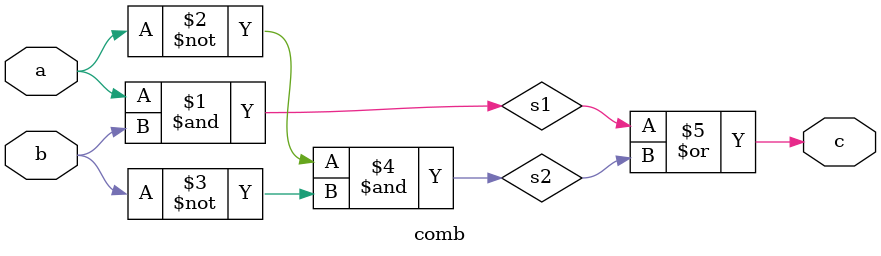
<source format=sv>
module comb (
    input a, b,
    output c
);
    logic s1, s2;
    assign s1 = a & b;
    assign s2 = ~a & ~b;
    assign c = s1 | s2;

endmodule
</source>
